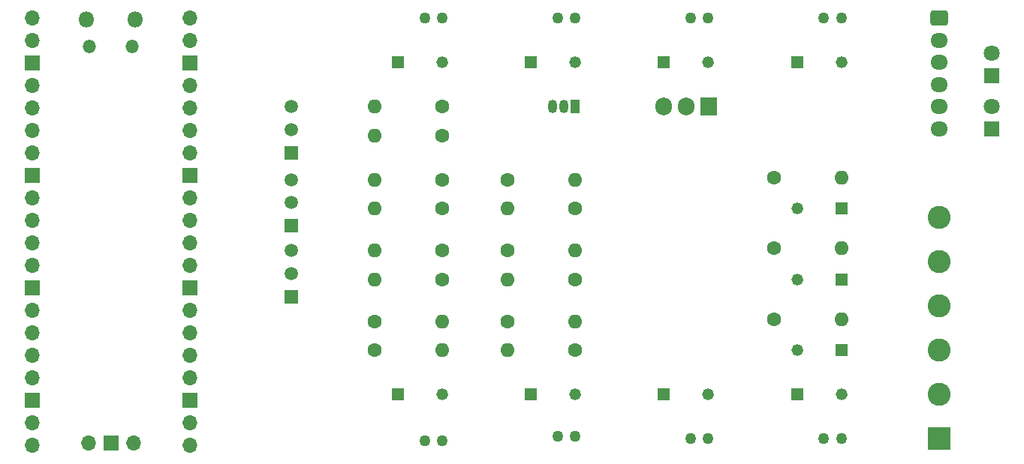
<source format=gbs>
%TF.GenerationSoftware,KiCad,Pcbnew,8.0.2*%
%TF.CreationDate,2024-07-03T09:30:12-06:00*%
%TF.ProjectId,MotorInterfacePiPico,4d6f746f-7249-46e7-9465-726661636550,rev?*%
%TF.SameCoordinates,Original*%
%TF.FileFunction,Soldermask,Bot*%
%TF.FilePolarity,Negative*%
%FSLAX46Y46*%
G04 Gerber Fmt 4.6, Leading zero omitted, Abs format (unit mm)*
G04 Created by KiCad (PCBNEW 8.0.2) date 2024-07-03 09:30:12*
%MOMM*%
%LPD*%
G01*
G04 APERTURE LIST*
G04 Aperture macros list*
%AMRoundRect*
0 Rectangle with rounded corners*
0 $1 Rounding radius*
0 $2 $3 $4 $5 $6 $7 $8 $9 X,Y pos of 4 corners*
0 Add a 4 corners polygon primitive as box body*
4,1,4,$2,$3,$4,$5,$6,$7,$8,$9,$2,$3,0*
0 Add four circle primitives for the rounded corners*
1,1,$1+$1,$2,$3*
1,1,$1+$1,$4,$5*
1,1,$1+$1,$6,$7*
1,1,$1+$1,$8,$9*
0 Add four rect primitives between the rounded corners*
20,1,$1+$1,$2,$3,$4,$5,0*
20,1,$1+$1,$4,$5,$6,$7,0*
20,1,$1+$1,$6,$7,$8,$9,0*
20,1,$1+$1,$8,$9,$2,$3,0*%
G04 Aperture macros list end*
%ADD10O,1.800000X1.800000*%
%ADD11O,1.500000X1.500000*%
%ADD12O,1.700000X1.700000*%
%ADD13R,1.700000X1.700000*%
%ADD14C,1.270000*%
%ADD15R,1.320800X1.320800*%
%ADD16C,1.320800*%
%ADD17C,1.600000*%
%ADD18O,1.600000X1.600000*%
%ADD19R,2.600000X2.600000*%
%ADD20C,2.600000*%
%ADD21RoundRect,0.250000X-0.725000X0.600000X-0.725000X-0.600000X0.725000X-0.600000X0.725000X0.600000X0*%
%ADD22O,1.950000X1.700000*%
%ADD23R,1.800000X1.800000*%
%ADD24C,1.800000*%
%ADD25R,1.050000X1.500000*%
%ADD26O,1.050000X1.500000*%
%ADD27R,1.500000X1.500000*%
%ADD28C,1.500000*%
%ADD29R,1.905000X2.000000*%
%ADD30O,1.905000X2.000000*%
G04 APERTURE END LIST*
D10*
%TO.C,U1*%
X97165000Y-63130000D03*
D11*
X97465000Y-66160000D03*
X102315000Y-66160000D03*
D10*
X102615000Y-63130000D03*
D12*
X91000000Y-63000000D03*
X91000000Y-65540000D03*
D13*
X91000000Y-68080000D03*
D12*
X91000000Y-70620000D03*
X91000000Y-73160000D03*
X91000000Y-75700000D03*
X91000000Y-78240000D03*
D13*
X91000000Y-80780000D03*
D12*
X91000000Y-83320000D03*
X91000000Y-85860000D03*
X91000000Y-88400000D03*
X91000000Y-90940000D03*
D13*
X91000000Y-93480000D03*
D12*
X91000000Y-96020000D03*
X91000000Y-98560000D03*
X91000000Y-101100000D03*
X91000000Y-103640000D03*
D13*
X91000000Y-106180000D03*
D12*
X91000000Y-108720000D03*
X91000000Y-111260000D03*
X108780000Y-111260000D03*
X108780000Y-108720000D03*
D13*
X108780000Y-106180000D03*
D12*
X108780000Y-103640000D03*
X108780000Y-101100000D03*
X108780000Y-98560000D03*
X108780000Y-96020000D03*
D13*
X108780000Y-93480000D03*
D12*
X108780000Y-90940000D03*
X108780000Y-88400000D03*
X108780000Y-85860000D03*
X108780000Y-83320000D03*
D13*
X108780000Y-80780000D03*
D12*
X108780000Y-78240000D03*
X108780000Y-75700000D03*
X108780000Y-73160000D03*
X108780000Y-70620000D03*
D13*
X108780000Y-68080000D03*
D12*
X108780000Y-65540000D03*
X108780000Y-63000000D03*
X97350000Y-111030000D03*
D13*
X99890000Y-111030000D03*
D12*
X102430000Y-111030000D03*
%TD*%
D14*
%TO.C,C12*%
X150280000Y-63000000D03*
X152280000Y-63000000D03*
%TD*%
D15*
%TO.C,C17*%
X132280000Y-105500000D03*
D16*
X137280000Y-105500000D03*
%TD*%
D15*
%TO.C,C15*%
X147280000Y-105500000D03*
D16*
X152280000Y-105500000D03*
%TD*%
D17*
%TO.C,R4*%
X137280000Y-81250000D03*
D18*
X129660000Y-81250000D03*
%TD*%
D17*
%TO.C,R2*%
X137280000Y-84500000D03*
D18*
X129660000Y-84500000D03*
%TD*%
D15*
%TO.C,C9*%
X147280000Y-68000000D03*
D16*
X152280000Y-68000000D03*
%TD*%
D17*
%TO.C,R12*%
X152280000Y-84500000D03*
D18*
X144660000Y-84500000D03*
%TD*%
D15*
%TO.C,C8*%
X162280000Y-68000000D03*
D16*
X167280000Y-68000000D03*
%TD*%
D17*
%TO.C,R8*%
X144660000Y-97250000D03*
D18*
X152280000Y-97250000D03*
%TD*%
D19*
%TO.C,J2*%
X193280000Y-110500000D03*
D20*
X193280000Y-105500000D03*
X193280000Y-100500000D03*
X193280000Y-95500000D03*
X193280000Y-90500000D03*
X193280000Y-85500000D03*
%TD*%
D21*
%TO.C,J1*%
X193280000Y-63000000D03*
D22*
X193280000Y-65500000D03*
X193280000Y-68000000D03*
X193280000Y-70500000D03*
X193280000Y-73000000D03*
X193280000Y-75500000D03*
%TD*%
D14*
%TO.C,C16*%
X135280000Y-110750000D03*
X137280000Y-110750000D03*
%TD*%
D23*
%TO.C,D1*%
X199280000Y-75540000D03*
D24*
X199280000Y-73000000D03*
%TD*%
D15*
%TO.C,C13*%
X177280000Y-105500000D03*
D16*
X182280000Y-105500000D03*
%TD*%
D25*
%TO.C,U4*%
X152280000Y-73000000D03*
D26*
X151010000Y-73000000D03*
X149740000Y-73000000D03*
%TD*%
D17*
%TO.C,R16*%
X174660000Y-89000000D03*
D18*
X182280000Y-89000000D03*
%TD*%
D17*
%TO.C,R17*%
X137280000Y-89250000D03*
D18*
X129660000Y-89250000D03*
%TD*%
D15*
%TO.C,C19*%
X132280000Y-68000000D03*
D16*
X137280000Y-68000000D03*
%TD*%
D15*
%TO.C,C14*%
X162280000Y-105500000D03*
D16*
X167280000Y-105500000D03*
%TD*%
D17*
%TO.C,R13*%
X137280000Y-92500000D03*
D18*
X129660000Y-92500000D03*
%TD*%
D14*
%TO.C,C10*%
X180280000Y-110500000D03*
X182280000Y-110500000D03*
%TD*%
D23*
%TO.C,D2*%
X199280000Y-69540000D03*
D24*
X199280000Y-67000000D03*
%TD*%
D17*
%TO.C,R5*%
X129660000Y-100500000D03*
D18*
X137280000Y-100500000D03*
%TD*%
D14*
%TO.C,C6*%
X150280000Y-110250000D03*
X152280000Y-110250000D03*
%TD*%
D15*
%TO.C,C2*%
X182280000Y-84500000D03*
D16*
X177280000Y-84500000D03*
%TD*%
D17*
%TO.C,R9*%
X144660000Y-81250000D03*
D18*
X152280000Y-81250000D03*
%TD*%
D17*
%TO.C,R10*%
X152280000Y-92500000D03*
D18*
X144660000Y-92500000D03*
%TD*%
D15*
%TO.C,C7*%
X177280000Y-68000000D03*
D16*
X182280000Y-68000000D03*
%TD*%
D14*
%TO.C,C18*%
X135280000Y-63000000D03*
X137280000Y-63000000D03*
%TD*%
D27*
%TO.C,Q3*%
X120280000Y-94450000D03*
D28*
X120280000Y-91850000D03*
X120280000Y-89250000D03*
%TD*%
D17*
%TO.C,R1*%
X137280000Y-76250000D03*
D18*
X129660000Y-76250000D03*
%TD*%
D14*
%TO.C,C4*%
X180280000Y-63000000D03*
X182280000Y-63000000D03*
%TD*%
D15*
%TO.C,C1*%
X182280000Y-100500000D03*
D16*
X177280000Y-100500000D03*
%TD*%
D15*
%TO.C,C3*%
X182280000Y-92500000D03*
D16*
X177280000Y-92500000D03*
%TD*%
D14*
%TO.C,C5*%
X165280000Y-63000000D03*
X167280000Y-63000000D03*
%TD*%
D17*
%TO.C,R14*%
X174660000Y-97000000D03*
D18*
X182280000Y-97000000D03*
%TD*%
D17*
%TO.C,R15*%
X174660000Y-81000000D03*
D18*
X182280000Y-81000000D03*
%TD*%
D27*
%TO.C,Q2*%
X120280000Y-86450000D03*
D28*
X120280000Y-83850000D03*
X120280000Y-81250000D03*
%TD*%
D17*
%TO.C,R7*%
X144660000Y-89250000D03*
D18*
X152280000Y-89250000D03*
%TD*%
D14*
%TO.C,C11*%
X165280000Y-110500000D03*
X167280000Y-110500000D03*
%TD*%
D29*
%TO.C,U3*%
X167360000Y-73000000D03*
D30*
X164820000Y-73000000D03*
X162280000Y-73000000D03*
%TD*%
D17*
%TO.C,R11*%
X152280000Y-100500000D03*
D18*
X144660000Y-100500000D03*
%TD*%
D27*
%TO.C,Q1*%
X120280000Y-78200000D03*
D28*
X120280000Y-75600000D03*
X120280000Y-73000000D03*
%TD*%
D17*
%TO.C,R6*%
X129660000Y-97250000D03*
D18*
X137280000Y-97250000D03*
%TD*%
D17*
%TO.C,R3*%
X137280000Y-73000000D03*
D18*
X129660000Y-73000000D03*
%TD*%
M02*

</source>
